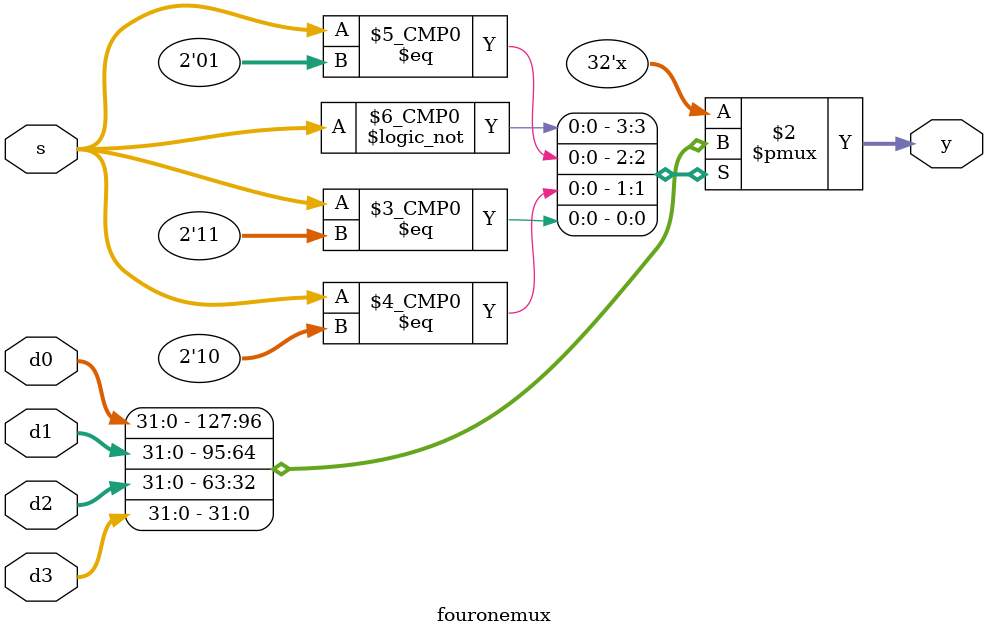
<source format=v>
module fouronemux #(parameter WIDTH = 32)(
	input	[WIDTH-1:0] d0, d1, d2, d3,
	input	[1:0] s, 
	output	reg [WIDTH-1:0] y );
always@(*)
begin
    case(s)
 	      2'b00: y<=d0;
          2'b01: y<=d1;
          2'b10: y<=d2;
          2'b11: y<=d3;
    endcase
end
endmodule
</source>
